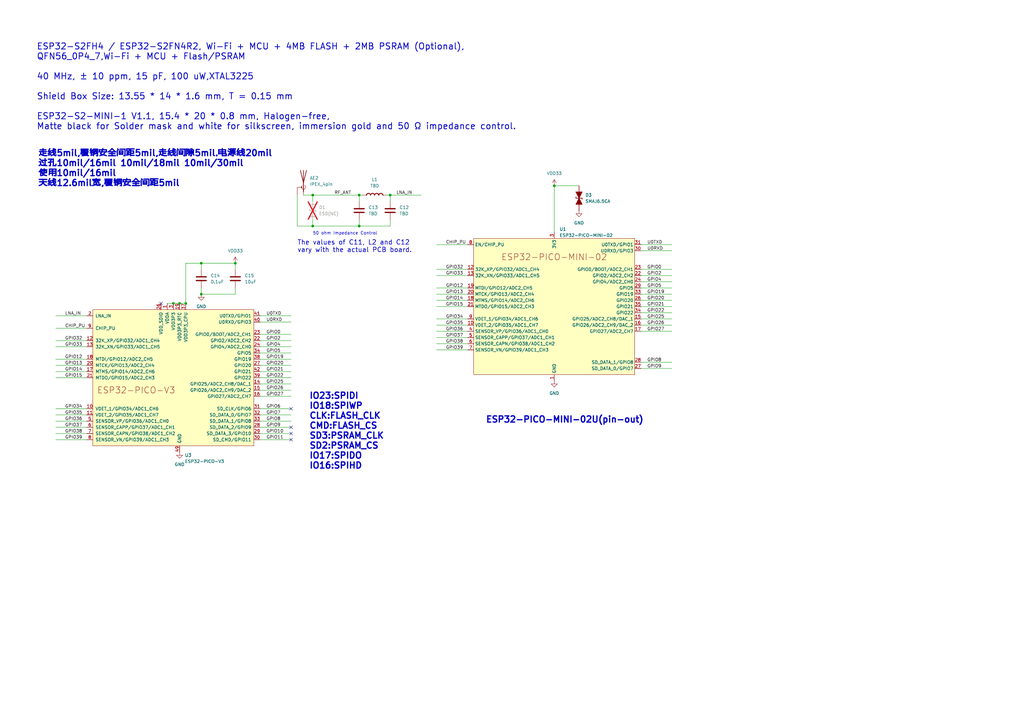
<source format=kicad_sch>
(kicad_sch (version 20250114) (generator "eeschema") (generator_version "9.0")
  (paper "A3")
  (lib_symbols
    (symbol "Device:Antenna_Shield" (pin_numbers (hide yes)) (pin_names (offset 1.016) (hide yes))
      (property "Reference" "AE" (at -1.905 4.445 0))
      (property "Value" "Antenna_Shield" (at -1.905 2.54 0))
      (symbol "Antenna_Shield_0_1"
        (arc (start 0 -2.667) (mid -0.8485 -2.1032) (end -0.508 -1.143))
        (polyline (pts (xy 0 5.08) (xy 0 -3.81)) (stroke (width 0.254)))
        (polyline (pts (xy 0 -2.54) (xy 0 0)))
        (arc (start 0.508 -1.143) (mid 0.8046 -2.0885) (end 0 -2.667))
        (polyline (pts (xy 0.762 -1.905) (xy 2.54 -1.905)))
        (circle (center 0.762 -1.905) (radius 0.1778) (fill (type outline)))
        (polyline (pts (xy 1.27 5.08) (xy 0 0) (xy -1.27 5.08)) (stroke (width 0.254)))
        (polyline (pts (xy 2.54 -2.54) (xy 2.54 -1.905)))
      )
      (symbol "Antenna_Shield_1_1"
        (pin input line (at 0 -5.08 90) (length 2.54) (name "A") (number "1"))
        (pin input line (at 2.54 -5.08 90) (length 2.54) (name "Shield") (number "2"))
      )
    )
    (symbol "Diode:ESD9B5.0ST5G" (pin_numbers (hide yes)) (pin_names (offset 1.016) (hide yes))
      (property "Reference" "D" (at 0 2.54 0))
      (property "Value" "ESD9B5.0ST5G" (at 0 -2.54 0))
      (symbol "ESD9B5.0ST5G_0_1"
        (polyline (pts (xy -2.54 -1.27) (xy 0 0) (xy -2.54 1.27) (xy -2.54 -1.27)) (stroke (width 0.2032)))
        (polyline (pts (xy 0.508 1.27) (xy 0 1.27) (xy 0 -1.27) (xy -0.508 -1.27)) (stroke (width 0.2032)))
        (polyline (pts (xy 1.27 0) (xy -1.27 0)))
        (polyline (pts (xy 2.54 1.27) (xy 2.54 -1.27) (xy 0 0) (xy 2.54 1.27)) (stroke (width 0.2032)))
      )
      (symbol "ESD9B5.0ST5G_1_1"
        (pin passive line (at -3.81 0 0) (length 2.54) (name "A1") (number "1"))
        (pin passive line (at 3.81 0 180) (length 2.54) (name "A2") (number "2"))
      )
    )
    (symbol "PCM_Capacitor_AKL:C_1206" (pin_numbers (hide yes)) (pin_names (offset 0.254))
      (property "Reference" "C" (at 0.635 2.54 0))
      (property "Value" "C_1206" (at 0.635 -2.54 0))
      (symbol "C_1206_0_1"
        (polyline (pts (xy -2.032 0.762) (xy 2.032 0.762)) (stroke (width 0.508)))
        (polyline (pts (xy -2.032 -0.762) (xy 2.032 -0.762)) (stroke (width 0.508)))
      )
      (symbol "C_1206_0_2"
        (polyline (pts (xy -2.54 -2.54) (xy -0.381 -0.381)))
        (polyline (pts (xy -0.508 -0.508) (xy -1.651 0.635)) (stroke (width 0.508)))
        (polyline (pts (xy -0.508 -0.508) (xy 0.635 -1.651)) (stroke (width 0.508)))
        (polyline (pts (xy 0.381 0.381) (xy 2.54 2.54)))
        (polyline (pts (xy 0.508 0.508) (xy -0.635 1.651)) (stroke (width 0.508)))
        (polyline (pts (xy 0.508 0.508) (xy 1.651 -0.635)) (stroke (width 0.508)))
      )
      (symbol "C_1206_1_1"
        (pin passive line (at 0 3.81 270) (length 2.794) (name "~") (number "1"))
        (pin passive line (at 0 -3.81 90) (length 2.794) (name "~") (number "2"))
      )
      (symbol "C_1206_1_2"
        (pin passive line (at -2.54 -2.54 90) (length 0) (name "~") (number "2"))
        (pin passive line (at 2.54 2.54 270) (length 0) (name "~") (number "1"))
      )
    )
    (symbol "PCM_Diode_TVS_AKL:SMAJ6.5CA" (pin_numbers (hide yes)) (pin_names (offset 1.016) (hide yes))
      (property "Reference" "D" (at 0 5.08 0))
      (property "Value" "SMAJ6.5CA" (at 0 2.54 0))
      (symbol "SMAJ6.5CA_0_1"
        (polyline (pts (xy 0 1.27) (xy 0 -1.27)) (stroke (width 0.254)))
        (polyline (pts (xy 0 1.27) (xy 0.508 1.27)) (stroke (width 0.254)))
        (polyline (pts (xy 0 0) (xy -2.54 1.27) (xy -2.54 -1.27) (xy 0 0)) (stroke (width 0.254)) (fill (type outline)))
        (polyline (pts (xy 0 -1.27) (xy -0.508 -1.27)) (stroke (width 0.254)))
        (polyline (pts (xy 1.27 0) (xy -1.27 0)))
        (polyline (pts (xy 2.54 1.27) (xy 2.54 -1.27) (xy 0 0) (xy 2.54 1.27)) (stroke (width 0.254)) (fill (type outline)))
      )
      (symbol "SMAJ6.5CA_0_2"
        (polyline (pts (xy -3.81 -3.81) (xy 3.81 3.81)))
        (polyline (pts (xy -1.778 -1.778) (xy -2.667 -0.889) (xy 0 0) (xy -0.889 -2.667) (xy -1.778 -1.778)) (stroke (width 0.254)) (fill (type outline)))
        (polyline (pts (xy -0.889 0.889) (xy -1.27 0.508)) (stroke (width 0.254)))
        (polyline (pts (xy -0.889 0.889) (xy 0.889 -0.889)) (stroke (width 0.254)))
        (polyline (pts (xy 0.889 -0.889) (xy 1.27 -0.508)) (stroke (width 0.254)))
        (polyline (pts (xy 1.778 1.778) (xy 2.667 0.889) (xy 0 0) (xy 0.889 2.667) (xy 1.778 1.778)) (stroke (width 0.254)) (fill (type outline)))
      )
      (symbol "SMAJ6.5CA_1_1"
        (pin passive line (at -5.08 0 0) (length 2.54) (name "K") (number "1"))
        (pin passive line (at 5.08 0 180) (length 2.54) (name "A") (number "2"))
      )
      (symbol "SMAJ6.5CA_1_2"
        (pin passive line (at -3.81 -3.81 0) (length 0) (name "A") (number "2"))
        (pin passive line (at 3.81 3.81 180) (length 0) (name "K") (number "1"))
      )
    )
    (symbol "PCM_Elektuur:L" (pin_numbers (hide yes)) (pin_names (offset 0) (hide yes))
      (property "Reference" "L" (at 2.54 3.175 0))
      (property "Value" "L" (at 2.54 -3.175 0))
      (symbol "L_1_0"
        (arc (start 0 3.302) (mid 0.6604 2.5146) (end 0 1.7272) (stroke (width 0.254)))
        (arc (start 0 1.6256) (mid 0.6604 0.8382) (end 0 0.0508) (stroke (width 0.254)))
        (arc (start 0 -0.0508) (mid 0.6604 -0.8382) (end 0 -1.6256) (stroke (width 0.254)))
        (arc (start 0 -1.7272) (mid 0.6604 -2.5146) (end 0 -3.302) (stroke (width 0.254)))
        (arc (start 0 3.4036) (mid 0.762 2.5146) (end 0 1.6256) (stroke (width 0.254)))
        (arc (start 0 1.7272) (mid 0.762 0.8382) (end 0 -0.0508) (stroke (width 0.254)))
        (arc (start 0 0.0508) (mid 0.762 -0.8382) (end 0 -1.7272) (stroke (width 0.254)))
        (arc (start 0 -1.6256) (mid 0.762 -2.5146) (end 0 -3.4036) (stroke (width 0.254)))
        (polyline (pts (xy 0 3.5052) (xy 0 3.302)) (stroke (width 0.254)))
        (polyline (pts (xy 0 1.7272) (xy 0 1.6256)) (stroke (width 0.254)))
        (polyline (pts (xy 0 0.0508) (xy 0 -0.0508)) (stroke (width 0.254)))
        (polyline (pts (xy 0 -1.6256) (xy 0 -1.7272)) (stroke (width 0.254)))
        (polyline (pts (xy 0 -3.302) (xy 0 -3.5052)) (stroke (width 0.254)))
        (pin passive line (at 0 5.08 270) (length 1.5748) (name "+") (number "1"))
        (pin passive line (at 0 -5.08 90) (length 1.5748) (name "-") (number "2"))
      )
      (symbol "L_1_2"
        (rectangle (start 1.524 3.3782) (end 1.9812 -3.3782) (stroke (width 0.254)) (fill (type outline)))
      )
      (symbol "L_1_3"
        (rectangle (start 1.524 3.0988) (end 1.9812 1.9304) (stroke (width 0.254)) (fill (type outline)))
        (rectangle (start 1.524 1.4224) (end 1.9812 0.254) (stroke (width 0.254)) (fill (type outline)))
        (rectangle (start 1.524 -0.254) (end 1.9812 -1.4224) (stroke (width 0.254)) (fill (type outline)))
        (rectangle (start 1.524 -1.9304) (end 1.9812 -3.0988) (stroke (width 0.254)) (fill (type outline)))
      )
    )
    (symbol "PCM_Espressif:ESP32-PICO-MINI-02"
      (property "Reference" "U" (at -33.02 33.02 0))
      (property "Value" "ESP32-PICO-MINI-02" (at -22.86 30.48 0))
      (symbol "ESP32-PICO-MINI-02_0_0"
        (text "ESP32-PICO-MINI-02" (at 0 20.32 0) (effects (font (size 2.54 2.54))))
        (pin power_in line (at 0 -30.48 90) (length 2.54) (name "GND") (number "1"))
        (pin passive line (at 0 -30.48 90) (length 2.54) (hide yes) (name "GND") (number "37"))
        (pin passive line (at 0 -30.48 90) (length 2.54) (hide yes) (name "GND") (number "38"))
        (pin passive line (at 0 -30.48 90) (length 2.54) (hide yes) (name "GND") (number "39"))
        (pin passive line (at 0 -30.48 90) (length 2.54) (hide yes) (name "GND") (number "40"))
        (pin passive line (at 0 -30.48 90) (length 2.54) (hide yes) (name "GND") (number "41"))
        (pin passive line (at 0 -30.48 90) (length 2.54) (hide yes) (name "GND") (number "42"))
        (pin passive line (at 0 -30.48 90) (length 2.54) (hide yes) (name "GND") (number "43"))
        (pin passive line (at 0 -30.48 90) (length 2.54) (hide yes) (name "GND") (number "44"))
        (pin passive line (at 0 -30.48 90) (length 2.54) (hide yes) (name "GND") (number "45"))
        (pin passive line (at 0 -30.48 90) (length 2.54) (hide yes) (name "GND") (number "46"))
        (pin passive line (at 0 -30.48 90) (length 2.54) (hide yes) (name "GND") (number "47"))
        (pin passive line (at 0 -30.48 90) (length 2.54) (hide yes) (name "GND") (number "48"))
        (pin passive line (at 0 -30.48 90) (length 2.54) (hide yes) (name "GND") (number "49"))
        (pin passive line (at 0 -30.48 90) (length 2.54) (hide yes) (name "GND") (number "50"))
        (pin passive line (at 0 -30.48 90) (length 2.54) (hide yes) (name "GND") (number "51"))
        (pin passive line (at 0 -30.48 90) (length 2.54) (hide yes) (name "GND") (number "52"))
        (pin passive line (at 0 -30.48 90) (length 2.54) (hide yes) (name "GND") (number "53"))
      )
      (symbol "ESP32-PICO-MINI-02_0_1"
        (rectangle (start -33.02 27.94) (end 33.02 -27.94) (fill (type background)))
      )
      (symbol "ESP32-PICO-MINI-02_1_1"
        (pin input line (at -35.56 25.4 0) (length 2.54) (name "EN/CHIP_PU") (number "8"))
        (pin bidirectional line (at -35.56 15.24 0) (length 2.54) (name "32K_XP/GPIO32/ADC1_CH4") (number "12"))
        (pin bidirectional line (at -35.56 12.7 0) (length 2.54) (name "32K_XN/GPIO33/ADC1_CH5") (number "13"))
        (pin bidirectional line (at -35.56 7.62 0) (length 2.54) (name "MTDI/GPIO12/ADC2_CH5") (number "19"))
        (pin bidirectional line (at -35.56 5.08 0) (length 2.54) (name "MTCK/GPIO13/ADC2_CH4") (number "20"))
        (pin bidirectional line (at -35.56 2.54 0) (length 2.54) (name "MTMS/GPIO14/ADC2_CH6") (number "18"))
        (pin bidirectional line (at -35.56 0 0) (length 2.54) (name "MTDO/GPIO15/ADC2_CH3") (number "21"))
        (pin input line (at -35.56 -5.08 0) (length 2.54) (name "VDET_1/GPIO34/ADC1_CH6") (number "9"))
        (pin input line (at -35.56 -7.62 0) (length 2.54) (name "VDET_2/GPIO35/ADC1_CH7") (number "10"))
        (pin input line (at -35.56 -10.16 0) (length 2.54) (name "SENSOR_VP/GPIO36/ADC1_CH0") (number "4"))
        (pin input line (at -35.56 -12.7 0) (length 2.54) (name "SENSOR_CAPP/GPIO37/ADC1_CH1") (number "5"))
        (pin input line (at -35.56 -15.24 0) (length 2.54) (name "SENSOR_CAPN/GPIO38/ADC1_CH2") (number "6"))
        (pin input line (at -35.56 -17.78 0) (length 2.54) (name "SENSOR_VN/GPIO39/ADC1_CH3") (number "7"))
        (pin no_connect line (at -33.02 -22.86 0) (length 2.54) (hide yes) (name "NC") (number "25"))
        (pin no_connect line (at -33.02 -25.4 0) (length 2.54) (hide yes) (name "NC") (number "32"))
        (pin power_in line (at 0 30.48 270) (length 2.54) (name "3V3") (number "3"))
        (pin passive line (at 0 -30.48 90) (length 2.54) (hide yes) (name "GND") (number "11"))
        (pin passive line (at 0 -30.48 90) (length 2.54) (hide yes) (name "GND") (number "14"))
        (pin passive line (at 0 -30.48 90) (length 2.54) (hide yes) (name "GND") (number "2"))
        (pin passive line (at 0 -30.48 90) (length 2.54) (hide yes) (name "GND") (number "36"))
        (pin bidirectional line (at 35.56 25.4 180) (length 2.54) (name "U0TXD/GPIO1") (number "31"))
        (pin bidirectional line (at 35.56 22.86 180) (length 2.54) (name "U0RXD/GPIO3") (number "30"))
        (pin bidirectional line (at 35.56 15.24 180) (length 2.54) (name "GPIO0/BOOT/ADC2_CH1") (number "23"))
        (pin bidirectional line (at 35.56 12.7 180) (length 2.54) (name "GPIO2/ADC2_CH2") (number "22"))
        (pin bidirectional line (at 35.56 10.16 180) (length 2.54) (name "GPIO4/ADC2_CH0") (number "24"))
        (pin bidirectional line (at 35.56 7.62 180) (length 2.54) (name "GPIO5") (number "29"))
        (pin bidirectional line (at 35.56 5.08 180) (length 2.54) (name "GPIO19") (number "33"))
        (pin bidirectional line (at 35.56 2.54 180) (length 2.54) (name "GPIO20") (number "26"))
        (pin bidirectional line (at 35.56 0 180) (length 2.54) (name "GPIO21") (number "35"))
        (pin bidirectional line (at 35.56 -2.54 180) (length 2.54) (name "GPIO22") (number "34"))
        (pin bidirectional line (at 35.56 -5.08 180) (length 2.54) (name "GPIO25/ADC2_CH8/DAC_1") (number "15"))
        (pin bidirectional line (at 35.56 -7.62 180) (length 2.54) (name "GPIO26/ADC2_CH9/DAC_2") (number "16"))
        (pin bidirectional line (at 35.56 -10.16 180) (length 2.54) (name "GPIO27/ADC2_CH7") (number "17"))
        (pin bidirectional line (at 35.56 -22.86 180) (length 2.54) (name "SD_DATA_1/GPIO8") (number "28"))
        (pin bidirectional line (at 35.56 -25.4 180) (length 2.54) (name "SD_DATA_0/GPIO7") (number "27"))
      )
    )
    (symbol "PCM_Espressif:ESP32-PICO-V3" (pin_names (offset 1.016))
      (property "Reference" "U" (at -33.02 33.02 0))
      (property "Value" "ESP32-PICO-V3" (at -33.02 30.48 0))
      (symbol "ESP32-PICO-V3_0_0"
        (text "ESP32-PICO-V3" (at -15.24 -5.08 0) (effects (font (size 2.54 2.54))))
      )
      (symbol "ESP32-PICO-V3_0_1"
        (rectangle (start -33.02 27.94) (end 33.02 -27.94) (fill (type background)))
      )
      (symbol "ESP32-PICO-V3_1_1"
        (pin bidirectional line (at -35.56 25.4 0) (length 2.54) (name "LNA_IN") (number "2"))
        (pin input line (at -35.56 20.32 0) (length 2.54) (name "CHIP_PU") (number "9"))
        (pin bidirectional line (at -35.56 15.24 0) (length 2.54) (name "32K_XP/GPIO32/ADC1_CH4") (number "12"))
        (pin bidirectional line (at -35.56 12.7 0) (length 2.54) (name "32K_XN/GPIO33/ADC1_CH5") (number "13"))
        (pin bidirectional line (at -35.56 7.62 0) (length 2.54) (name "MTDI/GPIO12/ADC2_CH5") (number "18"))
        (pin bidirectional line (at -35.56 5.08 0) (length 2.54) (name "MTCK/GPIO13/ADC2_CH4") (number "20"))
        (pin bidirectional line (at -35.56 2.54 0) (length 2.54) (name "MTMS/GPIO14/ADC2_CH6") (number "17"))
        (pin bidirectional line (at -35.56 0 0) (length 2.54) (name "MTDO/GPIO15/ADC2_CH3") (number "21"))
        (pin input line (at -35.56 -12.7 0) (length 2.54) (name "VDET_1/GPIO34/ADC1_CH6") (number "10"))
        (pin input line (at -35.56 -15.24 0) (length 2.54) (name "VDET_2/GPIO35/ADC1_CH7") (number "11"))
        (pin input line (at -35.56 -17.78 0) (length 2.54) (name "SENSOR_VP/GPIO36/ADC1_CH0") (number "5"))
        (pin input line (at -35.56 -20.32 0) (length 2.54) (name "SENSOR_CAPP/GPIO37/ADC1_CH1") (number "6"))
        (pin input line (at -35.56 -22.86 0) (length 2.54) (name "SENSOR_CAPN/GPIO38/ADC1_CH2") (number "7"))
        (pin input line (at -35.56 -25.4 0) (length 2.54) (name "SENSOR_VN/GPIO39/ADC1_CH3") (number "8"))
        (pin power_out line (at -5.08 30.48 270) (length 2.54) (name "VDD_SDIO") (number "26"))
        (pin power_in line (at -2.54 30.48 270) (length 2.54) (name "VDDA") (number "1"))
        (pin passive line (at -2.54 30.48 270) (length 2.54) (hide yes) (name "VDDA") (number "43"))
        (pin passive line (at -2.54 30.48 270) (length 2.54) (hide yes) (name "VDDA") (number "46"))
        (pin power_in line (at 0 30.48 270) (length 2.54) (name "VDD3P3") (number "3"))
        (pin passive line (at 0 30.48 270) (length 2.54) (hide yes) (name "VDD3P3") (number "4"))
        (pin power_in line (at 2.54 30.48 270) (length 2.54) (name "VDD3P3_RTC") (number "19"))
        (pin power_in line (at 2.54 -30.48 90) (length 2.54) (name "GND") (number "49"))
        (pin power_in line (at 5.08 30.48 270) (length 2.54) (name "VDD3P3_CPU") (number "37"))
        (pin bidirectional line (at 35.56 25.4 180) (length 2.54) (name "U0TXD/GPIO1") (number "41"))
        (pin bidirectional line (at 35.56 22.86 180) (length 2.54) (name "U0RXD/GPIO3") (number "40"))
        (pin bidirectional line (at 35.56 17.78 180) (length 2.54) (name "GPIO0/BOOT/ADC2_CH1") (number "23"))
        (pin bidirectional line (at 35.56 15.24 180) (length 2.54) (name "GPIO2/ADC2_CH2") (number "22"))
        (pin bidirectional line (at 35.56 12.7 180) (length 2.54) (name "GPIO4/ADC2_CH0") (number "24"))
        (pin bidirectional line (at 35.56 10.16 180) (length 2.54) (name "GPIO5") (number "34"))
        (pin bidirectional line (at 35.56 7.62 180) (length 2.54) (name "GPIO19") (number "38"))
        (pin bidirectional line (at 35.56 5.08 180) (length 2.54) (name "GPIO20") (number "27"))
        (pin bidirectional line (at 35.56 2.54 180) (length 2.54) (name "GPIO21") (number "42"))
        (pin bidirectional line (at 35.56 0 180) (length 2.54) (name "GPIO22") (number "39"))
        (pin bidirectional line (at 35.56 -2.54 180) (length 2.54) (name "GPIO25/ADC2_CH8/DAC_1") (number "14"))
        (pin bidirectional line (at 35.56 -5.08 180) (length 2.54) (name "GPIO26/ADC2_CH9/DAC_2") (number "15"))
        (pin bidirectional line (at 35.56 -7.62 180) (length 2.54) (name "GPIO27/ADC2_CH7") (number "16"))
        (pin bidirectional line (at 35.56 -12.7 180) (length 2.54) (name "SD_CLK/GPIO6") (number "31"))
        (pin bidirectional line (at 35.56 -15.24 180) (length 2.54) (name "SD_DATA_0/GPIO7") (number "32"))
        (pin bidirectional line (at 35.56 -17.78 180) (length 2.54) (name "SD_DATA_1/GPIO8") (number "33"))
        (pin bidirectional line (at 35.56 -20.32 180) (length 2.54) (name "SD_DATA_2/GPIO9") (number "28"))
        (pin bidirectional line (at 35.56 -22.86 180) (length 2.54) (name "SD_DATA_3/GPIO10") (number "29"))
        (pin bidirectional line (at 35.56 -25.4 180) (length 2.54) (name "SD_CMD/GPIO11") (number "30"))
      )
    )
    (symbol "PCM_Espressif:ESP32-S2" (pin_names (offset 1.016))
      (property "Reference" "U" (at -35.56 45.72 0))
      (property "Value" "ESP32-S2" (at -35.56 43.18 0))
      (symbol "ESP32-S2_0_0"
        (text "ESP32-S2" (at 0 0 0) (effects (font (size 2.54 2.54))))
      )
      (symbol "ESP32-S2_0_1"
        (rectangle (start -35.56 40.64) (end 35.56 -40.64) (fill (type background)))
      )
      (symbol "ESP32-S2_1_1"
        (pin bidirectional line (at -38.1 38.1 0) (length 2.54) (name "LNA_IN/RF") (number "2"))
        (pin bidirectional line (at -38.1 33.02 0) (length 2.54) (name "CHIP_PU/RESET") (number "56"))
        (pin bidirectional line (at -38.1 27.94 0) (length 2.54) (name "GPIO15/ADC2_CH4/XTAL_32K_P") (number "21"))
        (pin bidirectional line (at -38.1 25.4 0) (length 2.54) (name "GPIO16/ADC2_CH5/XTAL_32K_N") (number "22"))
        (pin output line (at -38.1 20.32 0) (length 2.54) (name "XTAL_N") (number "52"))
        (pin input line (at -38.1 17.78 0) (length 2.54) (name "XTAL_P") (number "53"))
        (pin input line (at -38.1 12.7 0) (length 2.54) (name "MTCK/JTAG/GPIO39") (number "43"))
        (pin output line (at -38.1 10.16 0) (length 2.54) (name "MTDO/JTAG/GPIO40") (number "44"))
        (pin input line (at -38.1 7.62 0) (length 2.54) (name "MTDI/JTAG/GPIO41") (number "46"))
        (pin output line (at -38.1 5.08 0) (length 2.54) (name "MTMS/JTAG/GPIO42") (number "47"))
        (pin input line (at -38.1 0 0) (length 2.54) (name "GPIO46") (number "55"))
        (pin bidirectional line (at -38.1 -22.86 0) (length 2.54) (name "SPI_CS1/GPIO26") (number "29"))
        (pin bidirectional line (at -38.1 -25.4 0) (length 2.54) (name "SPIHD/GPIO27") (number "31"))
        (pin bidirectional line (at -38.1 -27.94 0) (length 2.54) (name "SPIWP/GPIO28") (number "32"))
        (pin bidirectional line (at -38.1 -30.48 0) (length 2.54) (name "SPICS0/GPIO29") (number "33"))
        (pin bidirectional line (at -38.1 -33.02 0) (length 2.54) (name "SPICLK/GPIO30") (number "34"))
        (pin bidirectional line (at -38.1 -35.56 0) (length 2.54) (name "SPIQ/GPIO31") (number "35"))
        (pin bidirectional line (at -38.1 -38.1 0) (length 2.54) (name "SPID/GPIO32") (number "36"))
        (pin power_out line (at -7.62 43.18 270) (length 2.54) (name "VDD_SPI") (number "30"))
        (pin power_in line (at -5.08 43.18 270) (length 2.54) (name "VDDA") (number "1"))
        (pin passive line (at -5.08 43.18 270) (length 2.54) (hide yes) (name "VDDA") (number "51"))
        (pin passive line (at -5.08 43.18 270) (length 2.54) (hide yes) (name "VDDA") (number "54"))
        (pin power_in line (at -2.54 43.18 270) (length 2.54) (name "VDD3P3") (number "3"))
        (pin passive line (at -2.54 43.18 270) (length 2.54) (hide yes) (name "VDD3P3") (number "4"))
        (pin power_in line (at 0 43.18 270) (length 2.54) (name "VDD3P3_RTC") (number "20"))
        (pin power_in line (at 0 -43.18 90) (length 2.54) (name "GND") (number "57"))
        (pin power_in line (at 2.54 43.18 270) (length 2.54) (name "VDD3P3_RTC_IO") (number "27"))
        (pin power_in line (at 5.08 43.18 270) (length 2.54) (name "VDD3P3_CPU") (number "45"))
        (pin bidirectional line (at 38.1 38.1 180) (length 2.54) (name "U0TXD/GPIO43") (number "48"))
        (pin bidirectional line (at 38.1 35.56 180) (length 2.54) (name "U0RXD/GPIO44") (number "49"))
        (pin bidirectional line (at 38.1 30.48 180) (length 2.54) (name "GPIO20/ADC2_CH9/USB_D+") (number "26"))
        (pin bidirectional line (at 38.1 27.94 180) (length 2.54) (name "GPIO19/ADC2_CH8/USB_D-") (number "25"))
        (pin bidirectional line (at 38.1 22.86 180) (length 2.54) (name "GPIO0/BOOT") (number "5"))
        (pin bidirectional line (at 38.1 20.32 180) (length 2.54) (name "GPIO1/ADC1_CH0") (number "6"))
        (pin bidirectional line (at 38.1 17.78 180) (length 2.54) (name "GPIO2/ADC1_CH1") (number "7"))
        (pin bidirectional line (at 38.1 15.24 180) (length 2.54) (name "GPIO3/ADC1_CH2") (number "8"))
        (pin bidirectional line (at 38.1 12.7 180) (length 2.54) (name "GPIO4/ADC1_CH3") (number "9"))
        (pin bidirectional line (at 38.1 10.16 180) (length 2.54) (name "GPIO5/ADC1_CH4") (number "10"))
        (pin bidirectional line (at 38.1 7.62 180) (length 2.54) (name "GPIO6/ADC1_CH5") (number "11"))
        (pin bidirectional line (at 38.1 5.08 180) (length 2.54) (name "GPIO7/ADC1_CH6") (number "12"))
        (pin bidirectional line (at 38.1 2.54 180) (length 2.54) (name "GPIO8/ADC1_CH7") (number "13"))
        (pin bidirectional line (at 38.1 0 180) (length 2.54) (name "GPIO9/ADC1_CH8") (number "14"))
        (pin bidirectional line (at 38.1 -2.54 180) (length 2.54) (name "GPIO10/ADC1_CH9") (number "15"))
        (pin bidirectional line (at 38.1 -5.08 180) (length 2.54) (name "GPIO11/ADC2_CH0") (number "16"))
        (pin bidirectional line (at 38.1 -7.62 180) (length 2.54) (name "GPIO12/ADC2_CH1") (number "17"))
        (pin bidirectional line (at 38.1 -10.16 180) (length 2.54) (name "GPIO13/ADC2_CH2") (number "18"))
        (pin bidirectional line (at 38.1 -12.7 180) (length 2.54) (name "GPIO14/ADC2_CH3") (number "19"))
        (pin bidirectional line (at 38.1 -15.24 180) (length 2.54) (name "GPIO17/ADC2_CH6/DAC_1") (number "23"))
        (pin bidirectional line (at 38.1 -17.78 180) (length 2.54) (name "GPIO18/ADC2_CH7/DAC_2") (number "24"))
        (pin bidirectional line (at 38.1 -20.32 180) (length 2.54) (name "GPIO21") (number "28"))
        (pin bidirectional line (at 38.1 -22.86 180) (length 2.54) (name "GPIO33") (number "37"))
        (pin bidirectional line (at 38.1 -25.4 180) (length 2.54) (name "GPIO34") (number "38"))
        (pin bidirectional line (at 38.1 -27.94 180) (length 2.54) (name "GPIO35") (number "39"))
        (pin bidirectional line (at 38.1 -30.48 180) (length 2.54) (name "GPIO36") (number "40"))
        (pin bidirectional line (at 38.1 -33.02 180) (length 2.54) (name "GPIO37") (number "41"))
        (pin bidirectional line (at 38.1 -35.56 180) (length 2.54) (name "GPIO38") (number "42"))
        (pin bidirectional line (at 38.1 -38.1 180) (length 2.54) (name "GPIO45") (number "50"))
      )
    )
    (symbol "PCM_Espressif:ESP32-S2-MINI-1" (pin_names (offset 1.016))
      (property "Reference" "U" (at -30.48 45.72 0))
      (property "Value" "ESP32-S2-MINI-1" (at -30.48 43.18 0))
      (symbol "ESP32-S2-MINI-1_0_0"
        (pin bidirectional line (at -33.02 38.1 0) (length 2.54) (name "CHIP/PU/RESET") (number "45"))
        (pin input line (at -33.02 10.16 0) (length 2.54) (name "GPIO46") (number "44"))
        (pin power_in line (at 0 -43.18 90) (length 2.54) (name "GND") (number "1"))
        (pin passive line (at 0 -43.18 90) (length 2.54) (hide yes) (name "GND") (number "43"))
        (pin passive line (at 0 -43.18 90) (length 2.54) (hide yes) (name "GND") (number "46"))
        (pin passive line (at 0 -43.18 90) (length 2.54) (hide yes) (name "GND") (number "47"))
        (pin passive line (at 0 -43.18 90) (length 2.54) (hide yes) (name "GND") (number "48"))
        (pin passive line (at 0 -43.18 90) (length 2.54) (hide yes) (name "GND") (number "49"))
        (pin passive line (at 0 -43.18 90) (length 2.54) (hide yes) (name "GND") (number "50"))
        (pin passive line (at 0 -43.18 90) (length 2.54) (hide yes) (name "GND") (number "51"))
        (pin passive line (at 0 -43.18 90) (length 2.54) (hide yes) (name "GND") (number "52"))
        (pin passive line (at 0 -43.18 90) (length 2.54) (hide yes) (name "GND") (number "53"))
        (pin passive line (at 0 -43.18 90) (length 2.54) (hide yes) (name "GND") (number "54"))
        (pin passive line (at 0 -43.18 90) (length 2.54) (hide yes) (name "GND") (number "55"))
        (pin passive line (at 0 -43.18 90) (length 2.54) (hide yes) (name "GND") (number "56"))
        (pin passive line (at 0 -43.18 90) (length 2.54) (hide yes) (name "GND") (number "57"))
        (pin passive line (at 0 -43.18 90) (length 2.54) (hide yes) (name "GND") (number "58"))
        (pin passive line (at 0 -43.18 90) (length 2.54) (hide yes) (name "GND") (number "59"))
        (pin passive line (at 0 -43.18 90) (length 2.54) (hide yes) (name "GND") (number "60"))
        (pin passive line (at 0 -43.18 90) (length 2.54) (hide yes) (name "GND") (number "61"))
        (pin passive line (at 0 -43.18 90) (length 2.54) (hide yes) (name "GND") (number "62"))
        (pin passive line (at 0 -43.18 90) (length 2.54) (hide yes) (name "GND") (number "63"))
        (pin passive line (at 0 -43.18 90) (length 2.54) (hide yes) (name "GND") (number "64"))
        (pin passive line (at 0 -43.18 90) (length 2.54) (hide yes) (name "GND") (number "65"))
      )
      (symbol "ESP32-S2-MINI-1_0_1"
        (rectangle (start -30.48 40.64) (end 30.48 -40.64) (fill (type background)))
      )
      (symbol "ESP32-S2-MINI-1_1_1"
        (text "ESP32-S2-MINI-1" (at -10.16 0 0) (effects (font (size 2.54 2.54))))
        (pin bidirectional line (at -33.02 30.48 0) (length 2.54) (name "GPIO15/ADC2_CH4/XTAL_32K_P") (number "19"))
        (pin bidirectional line (at -33.02 27.94 0) (length 2.54) (name "GPIO16/ADC2_CH5/XTAL_32K_N") (number "20"))
        (pin bidirectional line (at -33.02 22.86 0) (length 2.54) (name "MTCK/JTAG/GPIO39") (number "35"))
        (pin bidirectional line (at -33.02 20.32 0) (length 2.54) (name "MTDO/JTAG/GPIO40") (number "36"))
        (pin bidirectional line (at -33.02 17.78 0) (length 2.54) (name "MTDI/JTAG/GPIO41") (number "37"))
        (pin bidirectional line (at -33.02 15.24 0) (length 2.54) (name "MTMS/JTAG/GPIO42") (number "38"))
        (pin bidirectional line (at -33.02 -33.02 0) (length 2.54) (name "SPI_CS1/GPIO26") (number "26"))
        (pin no_connect line (at -30.48 -38.1 0) (length 2.54) (hide yes) (name "NC") (number "27"))
        (pin power_in line (at 0 43.18 270) (length 2.54) (name "3V3") (number "3"))
        (pin passive line (at 0 -43.18 90) (length 2.54) (hide yes) (name "GND") (number "2"))
        (pin passive line (at 0 -43.18 90) (length 2.54) (hide yes) (name "GND") (number "30"))
        (pin passive line (at 0 -43.18 90) (length 2.54) (hide yes) (name "GND") (number "42"))
        (pin bidirectional line (at 33.02 38.1 180) (length 2.54) (name "GPIO43/U0TXD/PROG") (number "39"))
        (pin bidirectional line (at 33.02 35.56 180) (length 2.54) (name "GPIO44/U0RXD/PROG") (number "40"))
        (pin bidirectional line (at 33.02 30.48 180) (length 2.54) (name "USB_D+/ADC2_CH9/GPIO20") (number "24"))
        (pin bidirectional line (at 33.02 27.94 180) (length 2.54) (name "USB_D-/ADC2_CH8/GPIO19") (number "23"))
        (pin bidirectional line (at 33.02 22.86 180) (length 2.54) (name "GPIO0/BOOT") (number "4"))
        (pin bidirectional line (at 33.02 20.32 180) (length 2.54) (name "GPIO1/ADC1_CH0") (number "5"))
        (pin bidirectional line (at 33.02 17.78 180) (length 2.54) (name "GPIO2/ADC1_CH1") (number "6"))
        (pin bidirectional line (at 33.02 15.24 180) (length 2.54) (name "GPIO3/ADC1_CH2") (number "7"))
        (pin bidirectional line (at 33.02 12.7 180) (length 2.54) (name "GPIO4/ADC1_CH3") (number "8"))
        (pin bidirectional line (at 33.02 10.16 180) (length 2.54) (name "GPIO5/ADC1_CH4") (number "9"))
        (pin bidirectional line (at 33.02 7.62 180) (length 2.54) (name "GPIO6/ADC1_CH5") (number "10"))
        (pin bidirectional line (at 33.02 5.08 180) (length 2.54) (name "GPIO7/ADC1_CH6") (number "11"))
        (pin bidirectional line (at 33.02 2.54 180) (length 2.54) (name "GPIO8/ADC1_CH7") (number "12"))
        (pin bidirectional line (at 33.02 0 180) (length 2.54) (name "GPIO9/ADC1_CH8") (number "13"))
        (pin bidirectional line (at 33.02 -2.54 180) (length 2.54) (name "GPIO10/ADC1_CH9") (number "14"))
        (pin bidirectional line (at 33.02 -5.08 180) (length 2.54) (name "GPIO11/ADC2_CH0") (number "15"))
        (pin bidirectional line (at 33.02 -7.62 180) (length 2.54) (name "GPIO12/ADC2_CH1") (number "16"))
        (pin bidirectional line (at 33.02 -10.16 180) (length 2.54) (name "GPIO13/ADC2_CH2") (number "17"))
        (pin bidirectional line (at 33.02 -12.7 180) (length 2.54) (name "GPIO14/ADC2_CH3") (number "18"))
        (pin bidirectional line (at 33.02 -15.24 180) (length 2.54) (name "ADC2_CH6/DAC_1/GPIO17") (number "21"))
        (pin bidirectional line (at 33.02 -17.78 180) (length 2.54) (name "ADC2_CH7/DAC_2/GPIO18") (number "22"))
        (pin bidirectional line (at 33.02 -20.32 180) (length 2.54) (name "GPIO21") (number "25"))
        (pin bidirectional line (at 33.02 -22.86 180) (length 2.54) (name "GPIO33") (number "28"))
        (pin bidirectional line (at 33.02 -25.4 180) (length 2.54) (name "GPIO34") (number "29"))
        (pin bidirectional line (at 33.02 -27.94 180) (length 2.54) (name "GPIO35") (number "31"))
        (pin bidirectional line (at 33.02 -30.48 180) (length 2.54) (name "GPIO36") (number "32"))
        (pin bidirectional line (at 33.02 -33.02 180) (length 2.54) (name "GPIO37") (number "33"))
        (pin bidirectional line (at 33.02 -35.56 180) (length 2.54) (name "GPIO38") (number "34"))
        (pin bidirectional line (at 33.02 -38.1 180) (length 2.54) (name "GPIO45") (number "41"))
      )
    )
    (symbol "power:+3.3V" (power) (pin_numbers (hide yes)) (pin_names (offset 0) (hide yes))
      (property "Value" "+3.3V" (at 0 3.556 0))
      (symbol "+3.3V_0_1"
        (polyline (pts (xy -0.762 1.27) (xy 0 2.54)))
        (polyline (pts (xy 0 2.54) (xy 0.762 1.27)))
        (polyline (pts (xy 0 0) (xy 0 2.54)))
      )
      (symbol "+3.3V_1_1"
        (pin power_in line (at 0 0 90) (length 0) (name "~") (number "1"))
      )
    )
    (symbol "power:GND" (power) (pin_numbers (hide yes)) (pin_names (offset 0) (hide yes))
      (property "Value" "GND" (at 0 -3.81 0))
      (symbol "GND_0_1"
        (polyline (pts (xy 0 0) (xy 0 -1.27) (xy 1.27 -1.27) (xy 0 -2.54) (xy -1.27 -1.27) (xy 0 -1.27)))
      )
      (symbol "GND_1_1"
        (pin power_in line (at 0 0 270) (length 0) (name "~") (number "1"))
      )
    )
  )
  (text "The values of C11, L2 and C12\nvary with the actual PCB board." (exclude_from_sim yes) (at 121.92 101.092 0) (effects (font (size 1.905 1.905) (thickness 0.2381)) (justify left)))
  (text "IO23:SPIDI\nIO18:SPIWP\nCLK:FLASH_CLK\nCMD:FLASH_CS\nSD3:PSRAM_CLK\nSD2:PSRAM_CS\nIO17:SPIDO\nIO16:SPIHD" (exclude_from_sim yes) (at 126.746 176.784 0) (effects (font (size 2.54 2.54) (thickness 0.508) (bold yes)) (justify left)))
  (text "50 ohm Impedance Control" (at 128.27 96.52 0) (effects (font (size 1.27 1.27)) (justify left bottom)))
  (text "ESP32-PICO-MINI-02U(pin-out)" (exclude_from_sim yes) (at 199.136 172.212 0) (effects (font (size 2.54 2.54) (thickness 0.508) (bold yes)) (justify left)))
  (text "ESP32-S2FH4 / ESP32-S2FN4R2, Wi-Fi + MCU + 4MB FLASH + 2MB PSRAM (Optional),\nQFN56_0P4_7,Wi-Fi + MCU + Flash/PSRAM\n\n40 MHz, ± 10 ppm, 15 pF, 100 uW,XTAL3225\n\nShield Box Size: 13.55 * 14 * 1.6 mm, T = 0.15 mm\n\nESP32-S2-MINI-1 V1.1, 15.4 * 20 * 0.8 mm, Halogen-free, \nMatte black for Solder mask and white for silkscreen, immersion gold and 50 Ω impedance control." (exclude_from_sim yes) (at 14.986 35.56 0) (effects (font (size 2.54 2.54) (thickness 0.3175)) (justify left)))
  (text "走线5mil,覆铜安全间距5mil,走线间隙5mil.电源线20mil\n过孔10mil/16mil 10mil/18mil 10mil/30mil\n使用10mil/16mil\n天线12.6mil宽,覆铜安全间距5mil\n" (exclude_from_sim yes) (at 15.494 69.088 0) (effects (font (size 2.54 2.54) (thickness 0.508) (bold yes)) (justify left)))
  (junction (at 82.55 107.95))
  (junction (at 96.52 107.95))
  (junction (at 71.12 124.46))
  (junction (at 73.66 124.46))
  (junction (at 227.33 76.2))
  (junction (at 76.2 124.46))
  (junction (at 147.32 92.71))
  (junction (at 128.27 80.01))
  (junction (at 147.32 80.01))
  (junction (at 160.02 80.01))
  (junction (at 82.55 120.65))
  (junction (at 128.27 92.71))
  (no_connect (at 119.38 175.26))
  (no_connect (at 119.38 167.64))
  (no_connect (at 119.38 177.8))
  (no_connect (at 66.04 124.46))
  (no_connect (at 119.38 180.34))
  (wire (pts (xy 96.52 118.11) (xy 96.52 120.65)))
  (wire (pts (xy 262.89 125.73) (xy 275.59 125.73)))
  (wire (pts (xy 179.07 135.89) (xy 191.77 135.89)))
  (wire (pts (xy 179.07 120.65) (xy 191.77 120.65)))
  (wire (pts (xy 82.55 107.95) (xy 82.55 110.49)))
  (wire (pts (xy 22.86 154.94) (xy 35.56 154.94)))
  (wire (pts (xy 106.68 160.02) (xy 119.38 160.02)))
  (wire (pts (xy 106.68 157.48) (xy 119.38 157.48)))
  (wire (pts (xy 106.68 137.16) (xy 119.38 137.16)))
  (wire (pts (xy 147.32 80.01) (xy 147.32 82.55)))
  (wire (pts (xy 262.89 135.89) (xy 275.59 135.89)))
  (wire (pts (xy 128.27 92.71) (xy 147.32 92.71)))
  (wire (pts (xy 179.07 113.03) (xy 191.77 113.03)))
  (wire (pts (xy 179.07 140.97) (xy 191.77 140.97)))
  (wire (pts (xy 106.68 180.34) (xy 119.38 180.34)))
  (wire (pts (xy 179.07 100.33) (xy 191.77 100.33)))
  (wire (pts (xy 106.68 129.54) (xy 119.38 129.54)))
  (wire (pts (xy 106.68 149.86) (xy 119.38 149.86)))
  (wire (pts (xy 22.86 180.34) (xy 35.56 180.34)))
  (wire (pts (xy 106.68 132.08) (xy 119.38 132.08)))
  (wire (pts (xy 22.86 167.64) (xy 35.56 167.64)))
  (wire (pts (xy 262.89 100.33) (xy 275.59 100.33)))
  (wire (pts (xy 106.68 139.7) (xy 119.38 139.7)))
  (wire (pts (xy 179.07 123.19) (xy 191.77 123.19)))
  (wire (pts (xy 262.89 148.59) (xy 275.59 148.59)))
  (wire (pts (xy 22.86 142.24) (xy 35.56 142.24)))
  (wire (pts (xy 121.92 80.01) (xy 121.92 92.71)))
  (wire (pts (xy 179.07 138.43) (xy 191.77 138.43)))
  (wire (pts (xy 262.89 128.27) (xy 275.59 128.27)))
  (wire (pts (xy 22.86 177.8) (xy 35.56 177.8)))
  (wire (pts (xy 147.32 90.17) (xy 147.32 92.71)))
  (wire (pts (xy 106.68 175.26) (xy 119.38 175.26)))
  (wire (pts (xy 71.12 124.46) (xy 73.66 124.46)))
  (wire (pts (xy 128.27 80.01) (xy 128.27 82.55)))
  (wire (pts (xy 179.07 133.35) (xy 191.77 133.35)))
  (wire (pts (xy 262.89 115.57) (xy 275.59 115.57)))
  (wire (pts (xy 262.89 113.03) (xy 275.59 113.03)))
  (wire (pts (xy 76.2 107.95) (xy 82.55 107.95)))
  (wire (pts (xy 160.02 82.55) (xy 160.02 80.01)))
  (wire (pts (xy 179.07 125.73) (xy 191.77 125.73)))
  (wire (pts (xy 179.07 130.81) (xy 191.77 130.81)))
  (wire (pts (xy 121.92 92.71) (xy 128.27 92.71)))
  (wire (pts (xy 262.89 120.65) (xy 275.59 120.65)))
  (wire (pts (xy 160.02 80.01) (xy 172.72 80.01)))
  (wire (pts (xy 179.07 110.49) (xy 191.77 110.49)))
  (wire (pts (xy 262.89 110.49) (xy 275.59 110.49)))
  (wire (pts (xy 22.86 134.62) (xy 35.56 134.62)))
  (wire (pts (xy 262.89 102.87) (xy 275.59 102.87)))
  (wire (pts (xy 262.89 123.19) (xy 275.59 123.19)))
  (wire (pts (xy 227.33 76.2) (xy 227.33 95.25)))
  (wire (pts (xy 160.02 92.71) (xy 160.02 90.17)))
  (wire (pts (xy 22.86 129.54) (xy 35.56 129.54)))
  (wire (pts (xy 106.68 177.8) (xy 119.38 177.8)))
  (wire (pts (xy 22.86 172.72) (xy 35.56 172.72)))
  (wire (pts (xy 262.89 151.13) (xy 275.59 151.13)))
  (wire (pts (xy 76.2 107.95) (xy 76.2 124.46)))
  (wire (pts (xy 106.68 147.32) (xy 119.38 147.32)))
  (wire (pts (xy 96.52 120.65) (xy 82.55 120.65)))
  (wire (pts (xy 68.58 124.46) (xy 71.12 124.46)))
  (wire (pts (xy 106.68 144.78) (xy 119.38 144.78)))
  (wire (pts (xy 22.86 139.7) (xy 35.56 139.7)))
  (wire (pts (xy 106.68 167.64) (xy 119.38 167.64)))
  (wire (pts (xy 179.07 143.51) (xy 191.77 143.51)))
  (wire (pts (xy 96.52 107.95) (xy 82.55 107.95)))
  (wire (pts (xy 179.07 118.11) (xy 191.77 118.11)))
  (wire (pts (xy 106.68 170.18) (xy 119.38 170.18)))
  (wire (pts (xy 128.27 90.17) (xy 128.27 92.71)))
  (wire (pts (xy 22.86 147.32) (xy 35.56 147.32)))
  (wire (pts (xy 148.59 80.01) (xy 147.32 80.01)))
  (wire (pts (xy 22.86 152.4) (xy 35.56 152.4)))
  (wire (pts (xy 22.86 175.26) (xy 35.56 175.26)))
  (wire (pts (xy 96.52 107.95) (xy 96.52 110.49)))
  (wire (pts (xy 22.86 149.86) (xy 35.56 149.86)))
  (wire (pts (xy 22.86 170.18) (xy 35.56 170.18)))
  (wire (pts (xy 106.68 154.94) (xy 119.38 154.94)))
  (wire (pts (xy 124.46 80.01) (xy 128.27 80.01)))
  (wire (pts (xy 262.89 130.81) (xy 275.59 130.81)))
  (wire (pts (xy 82.55 118.11) (xy 82.55 120.65)))
  (wire (pts (xy 73.66 124.46) (xy 76.2 124.46)))
  (wire (pts (xy 106.68 162.56) (xy 119.38 162.56)))
  (wire (pts (xy 262.89 118.11) (xy 275.59 118.11)))
  (wire (pts (xy 227.33 76.2) (xy 237.49 76.2)))
  (wire (pts (xy 262.89 133.35) (xy 275.59 133.35)))
  (wire (pts (xy 147.32 92.71) (xy 160.02 92.71)))
  (wire (pts (xy 106.68 172.72) (xy 119.38 172.72)))
  (wire (pts (xy 106.68 152.4) (xy 119.38 152.4)))
  (wire (pts (xy 128.27 80.01) (xy 147.32 80.01)))
  (wire (pts (xy 106.68 142.24) (xy 119.38 142.24)))
  (wire (pts (xy 160.02 80.01) (xy 158.75 80.01)))
  (label "GPIO21" (at 265.43 125.73 0))
  (label "GPIO14" (at 26.67 152.4 0))
  (label "GPIO19" (at 109.22 147.32 0))
  (label "GPIO13" (at 26.67 149.86 0))
  (label "GPIO2" (at 109.22 139.7 0))
  (label "GPIO22" (at 109.22 154.94 0))
  (label "GPIO34" (at 26.67 167.64 0))
  (label "GPIO11" (at 109.22 180.34 0))
  (label "GPIO34" (at 182.88 130.81 0))
  (label "GPIO12" (at 26.67 147.32 0))
  (label "GPIO27" (at 265.43 135.89 0))
  (label "GPIO20" (at 109.22 149.86 0))
  (label "LNA_IN" (at 26.67 129.54 0))
  (label "GPIO8" (at 265.43 148.59 0))
  (label "GPIO26" (at 265.43 133.35 0))
  (label "U0RXD" (at 265.43 102.87 0))
  (label "GPIO7" (at 109.22 170.18 0))
  (label "GPIO10" (at 109.22 177.8 0))
  (label "GPIO36" (at 182.88 135.89 0))
  (label "GPIO32" (at 182.88 110.49 0))
  (label "GPIO32" (at 26.67 139.7 0))
  (label "CHIP_PU" (at 182.88 100.33 0))
  (label "GPIO2" (at 265.43 113.03 0))
  (label "GPIO14" (at 182.88 123.19 0))
  (label "GPIO8" (at 109.22 172.72 0))
  (label "GPIO4" (at 109.22 142.24 0))
  (label "GPIO19" (at 265.43 120.65 0))
  (label "GPIO5" (at 109.22 144.78 0))
  (label "U0TXD" (at 265.43 100.33 0))
  (label "GPIO20" (at 265.43 123.19 0))
  (label "GPIO39" (at 26.67 180.34 0))
  (label "GPIO21" (at 109.22 152.4 0))
  (label "GPIO4" (at 265.43 115.57 0))
  (label "GPIO27" (at 109.22 162.56 0))
  (label "GPIO25" (at 109.22 157.48 0))
  (label "GPIO38" (at 26.67 177.8 0))
  (label "GPIO0" (at 265.43 110.49 0))
  (label "GPIO33" (at 26.67 142.24 0))
  (label "GPIO9" (at 265.43 151.13 0))
  (label "U0RXD" (at 109.22 132.08 0))
  (label "GPIO38" (at 182.88 140.97 0))
  (label "CHIP_PU" (at 26.67 134.62 0))
  (label "GPIO0" (at 109.22 137.16 0))
  (label "GPIO37" (at 26.67 175.26 0))
  (label "GPIO13" (at 182.88 120.65 0))
  (label "GPIO15" (at 26.67 154.94 0))
  (label "GPIO5" (at 265.43 118.11 0))
  (label "GPIO35" (at 26.67 170.18 0))
  (label "RF_ANT" (at 137.16 80.01 0))
  (label "GPIO33" (at 182.88 113.03 0))
  (label "GPIO37" (at 182.88 138.43 0))
  (label "GPIO9" (at 109.22 175.26 0))
  (label "GPIO6" (at 109.22 167.64 0))
  (label "GPIO35" (at 182.88 133.35 0))
  (label "GPIO36" (at 26.67 172.72 0))
  (label "GPIO26" (at 109.22 160.02 0))
  (label "GPIO39" (at 182.88 143.51 0))
  (label "LNA_IN" (at 162.56 80.01 0))
  (label "U0TXD" (at 109.22 129.54 0))
  (label "GPIO22" (at 265.43 128.27 0))
  (label "GPIO15" (at 182.88 125.73 0))
  (label "GPIO12" (at 182.88 118.11 0))
  (label "GPIO25" (at 265.43 130.81 0))
  (symbol (lib_id "PCM_Espressif:ESP32-S2-MINI-1") (at 210.82 -73.66 0) (unit 1)
    (property "Reference" "U2" (at 212.9633 -118.11 0) (effects (justify left)))
    (property "Value" "ESP32-S2-MINI-1" (at 212.9633 -115.57 0) (effects (justify left)))
    (property "Footprint" "PCM_Espressif:ESP32-S2-MINI-1" (effects (hide yes)))
    (property "Datasheet" "https://www.espressif.com/sites/default/files/documentation/esp32-s2-mini-1_esp32-s2-mini-1u_datasheet_en.pdf" (effects (hide yes)))
    (property "Description" "ESP32-S2-MINI-1 and ESP32-S2-MINI-1U are two powerful, generic Wi-Fi MCU modules that have a rich set of peripherals. They are an ideal choice for a wide variety of application scenarios relating to Internet of Things (IoT), wearable electronics and smart home." (effects (hide yes)))
  )
  (symbol (lib_id "power:GND") (at 227.33 156.21 0) (unit 1)
    (property "Reference" "#PWR016" (effects (hide yes)))
    (property "Value" "GND" (at 227.33 161.29 0))
    (property "Description" "Power symbol creates a global label with name \"GND\" , ground" (effects (hide yes)))
  )
  (symbol (lib_id "PCM_Capacitor_AKL:C_1206") (at 96.52 114.3 0) (unit 1)
    (property "Reference" "C15" (at 100.33 113.0299 0) (effects (justify left)))
    (property "Value" "10uF" (at 100.33 115.5699 0) (effects (justify left)))
    (property "Footprint" "PCM_Capacitor_SMD_AKL:C_1206_3216Metric" (effects (hide yes)))
    (property "Description" "SMD 1206 MLCC capacitor, Alternate KiCad Library" (effects (hide yes)))
  )
  (symbol (lib_id "PCM_Espressif:ESP32-PICO-MINI-02") (at 227.33 125.73 0) (unit 1)
    (property "Reference" "U1" (at 229.4733 93.98 0) (effects (justify left)))
    (property "Value" "ESP32-PICO-MINI-02" (at 229.4733 96.52 0) (effects (justify left)))
    (property "Footprint" "PCM_Espressif:ESP32-PICO-MINI-02" (effects (hide yes)))
    (property "Datasheet" "https://www.espressif.com/sites/default/files/documentation/esp32-pico-mini-02_datasheet_en.pdf" (effects (hide yes)))
    (property "Description" "ESP32-PICO-V3-02 MCU, SiP, 8MB Flash, 2 MB PSRAM in ESP32-MINI-format" (effects (hide yes)))
  )
  (symbol (lib_id "PCM_Elektuur:L") (at 153.67 80.01 90) (unit 1)
    (property "Reference" "L1" (at 153.67 73.66 90))
    (property "Value" "TBD" (at 153.67 76.2 90))
    (property "Description" "coil/winding/inductor/choke/reactor" (effects (hide yes)))
    (property "Indicator" "●" (effects (hide yes)))
    (property "Rating" "A" (effects (hide yes)))
  )
  (symbol (lib_id "PCM_Diode_TVS_AKL:SMAJ6.5CA") (at 237.49 81.28 90) (unit 1)
    (property "Reference" "D3" (at 240.03 80.0099 90) (effects (justify right)))
    (property "Value" "SMAJ6.5CA" (at 240.03 82.5499 90) (effects (justify right)))
    (property "Footprint" "PCM_Diode_SMD_AKL:D_SMA_TVS" (effects (hide yes)))
    (property "Datasheet" "https://www.tme.eu/Document/dbc72d81c249fe51b6ab42300e8e06d0/SMAJ_ser.pdf" (effects (hide yes)))
    (property "Description" "SMA Bidirectional TVS Diode, 6.5V, 400W, Alternate KiCAD Library" (effects (hide yes)))
  )
  (symbol (lib_id "Device:Antenna_Shield") (at 124.46 74.93 0) (mirror y) (unit 1)
    (property "Reference" "AE2" (at 127 73.0249 0) (effects (justify right)))
    (property "Value" "IPEX_4pin" (at 127 75.5649 0) (effects (justify right)))
    (property "Description" "Antenna with extra pin for shielding" (effects (hide yes)))
  )
  (symbol (lib_id "power:GND") (at 82.55 120.65 0) (unit 1)
    (property "Reference" "#PWR019" (effects (hide yes)))
    (property "Value" "GND" (at 82.55 125.73 0))
    (property "Description" "Power symbol creates a global label with name \"GND\" , ground" (effects (hide yes)))
  )
  (symbol (lib_id "power:GND") (at 237.49 86.36 0) (unit 1)
    (property "Reference" "#PWR014" (effects (hide yes)))
    (property "Value" "GND" (at 237.49 91.44 0))
    (property "Description" "Power symbol creates a global label with name \"GND\" , ground" (effects (hide yes)))
  )
  (symbol (lib_id "PCM_Espressif:ESP32-PICO-V3") (at 71.12 154.94 0) (unit 1)
    (property "Reference" "U3" (at 75.8033 186.69 0) (effects (justify left)))
    (property "Value" "ESP32-PICO-V3" (at 75.8033 189.23 0) (effects (justify left)))
    (property "Footprint" "Package_DFN_QFN:QFN-48-1EP_7x7mm_P0.5mm_EP5.15x5.15mm" (effects (hide yes)))
    (property "Datasheet" "https://www.espressif.com/sites/default/files/documentation/esp32-pico-v3_datasheet_en.pdf" (effects (hide yes)))
    (property "Description" "The ESP32-PICO-V3 is a System-in-Package (SiP) device that is based on ESP32 with ECO V3 wafer, providingcomplete Wi-Fi and Bluetooth®functionalities. It integrates a 4 MB SPI flash." (effects (hide yes)))
  )
  (symbol (lib_id "PCM_Capacitor_AKL:C_1206") (at 160.02 86.36 0) (unit 1)
    (property "Reference" "C12" (at 163.83 85.0899 0) (effects (justify left)))
    (property "Value" "TBD" (at 163.83 87.6299 0) (effects (justify left)))
    (property "Footprint" "PCM_Capacitor_SMD_AKL:C_1206_3216Metric" (effects (hide yes)))
    (property "Description" "SMD 1206 MLCC capacitor, Alternate KiCad Library" (effects (hide yes)))
  )
  (symbol (lib_id "PCM_Capacitor_AKL:C_1206") (at 82.55 114.3 0) (unit 1)
    (property "Reference" "C14" (at 86.36 113.0299 0) (effects (justify left)))
    (property "Value" "0.1uF" (at 86.36 115.5699 0) (effects (justify left)))
    (property "Footprint" "PCM_Capacitor_SMD_AKL:C_1206_3216Metric" (effects (hide yes)))
    (property "Description" "SMD 1206 MLCC capacitor, Alternate KiCad Library" (effects (hide yes)))
  )
  (symbol (lib_id "PCM_Capacitor_AKL:C_1206") (at 147.32 86.36 0) (unit 1)
    (property "Reference" "C13" (at 151.13 85.0899 0) (effects (justify left)))
    (property "Value" "TBD" (at 151.13 87.6299 0) (effects (justify left)))
    (property "Footprint" "PCM_Capacitor_SMD_AKL:C_1206_3216Metric" (effects (hide yes)))
    (property "Description" "SMD 1206 MLCC capacitor, Alternate KiCad Library" (effects (hide yes)))
  )
  (symbol (lib_id "Diode:ESD9B5.0ST5G") (at 128.27 86.36 90) (unit 1) (dnp yes)
    (property "Reference" "D1" (at 130.81 85.0899 90) (effects (justify right)))
    (property "Value" "ESD(NC)" (at 130.81 87.6299 90) (effects (justify right)))
    (property "Footprint" "Diode_SMD:D_SOD-923" (effects (hide yes)))
    (property "Datasheet" "https://www.onsemi.com/pub/Collateral/ESD9B-D.PDF" (effects (hide yes)))
    (property "Description" "ESD protection diode, 5.0Vrwm, SOD-923" (effects (hide yes)))
  )
  (symbol (lib_id "power:GND") (at 73.66 185.42 0) (unit 1)
    (property "Reference" "#PWR015" (effects (hide yes)))
    (property "Value" "GND" (at 73.66 190.5 0))
    (property "Description" "Power symbol creates a global label with name \"GND\" , ground" (effects (hide yes)))
  )
  (symbol (lib_id "power:+3.3V") (at 227.33 76.2 0) (unit 1)
    (property "Reference" "#PWR017" (effects (hide yes)))
    (property "Value" "VDD33" (at 227.33 71.12 0))
    (property "Description" "Power symbol creates a global label with name \"+3.3V\"" (effects (hide yes)))
  )
  (symbol (lib_id "power:+3.3V") (at 96.52 107.95 0) (unit 1)
    (property "Reference" "#PWR018" (effects (hide yes)))
    (property "Value" "VDD33" (at 96.52 102.87 0))
    (property "Description" "Power symbol creates a global label with name \"+3.3V\"" (effects (hide yes)))
  )
  (symbol (lib_id "PCM_Espressif:ESP32-S2") (at 88.9 -73.66 0) (unit 1)
    (property "Reference" "U4" (at 91.0433 -29.21 0) (effects (justify left)))
    (property "Value" "ESP32-S2" (at 91.0433 -26.67 0) (effects (justify left)))
    (property "Footprint" "Package_DFN_QFN:QFN-56-1EP_7x7mm_P0.4mm_EP5.6x5.6mm" (effects (hide yes)))
    (property "Datasheet" "https://www.espressif.com/sites/default/files/documentation/esp32-s2_datasheet_en.pdf" (effects (hide yes)))
    (property "Description" "ESP32-S2 family is a highly-integrated, low-power, 2.4GHz Wi-Fi System-on-Chip (SoC) solution." (effects (hide yes)))
  )
)
</source>
